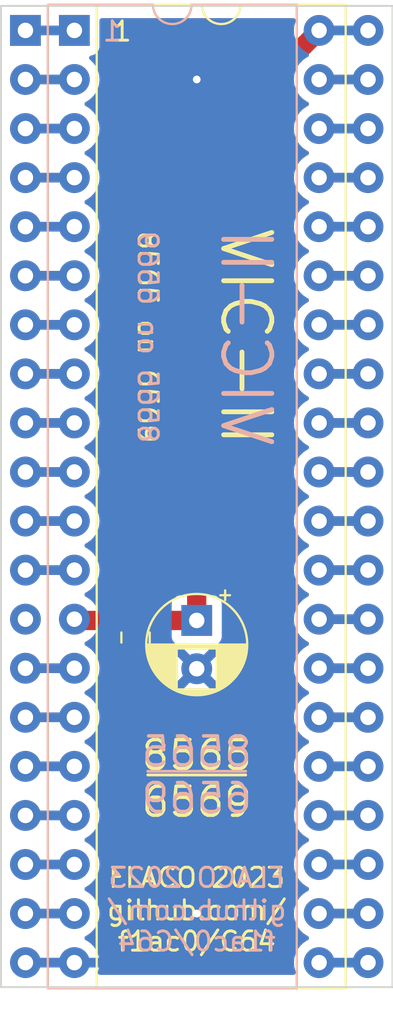
<source format=kicad_pcb>
(kicad_pcb (version 20221018) (generator pcbnew)
  (title_block (title "C64-VIC2 8565 over 6569") (date "2023-02-19") (rev "0.1") (company "FLACO 2023") (comment 1 "Adapted from https://github.com/Jartza/8565_adapter"))
  (layers (0 "F.Cu" signal) (31 "B.Cu" signal) (34 "B.Paste" user) (35 "F.Paste" user) (36 "B.SilkS" user "B.Silkscreen") (37 "F.SilkS" user "F.Silkscreen") (38 "B.Mask" user) (39 "F.Mask" user) (44 "Edge.Cuts" user))
  (net 0 "")
  (net 1 "/DB6")
  (net 2 "/DB5")
  (net 3 "/DB4")
  (net 4 "/DB3")
  (net 5 "/DB2")
  (net 6 "/DB1")
  (net 7 "/DB0")
  (net 8 "/IRQ")
  (net 9 "/LP")
  (net 10 "/CS")
  (net 11 "/R{slash}W")
  (net 12 "/BA")
  (net 13 "+12V")
  (net 14 "/COLOR")
  (net 15 "/LUM")
  (net 16 "/AEC")
  (net 17 "/PH0")
  (net 18 "/RAS")
  (net 19 "/CAS")
  (net 20 "GND")
  (net 21 "/PHCL")
  (net 22 "/PHIN")
  (net 23 "/A11")
  (net 24 "/A0")
  (net 25 "/A1")
  (net 26 "/A2")
  (net 27 "/A3")
  (net 28 "/A4")
  (net 29 "/A5")
  (net 30 "/A6")
  (net 31 "/A7")
  (net 32 "/A8")
  (net 33 "/A9")
  (net 34 "/A10")
  (net 35 "/DB11")
  (net 36 "/DB10")
  (net 37 "/DB9")
  (net 38 "/DB8")
  (net 39 "/DB7")
  (net 40 "+5V")
  (footprint "Package_DIP:DIP-40_W15.24mm" (layer "F.Cu") (at 121.92 91.44)
    (fp_text reference "J2" hide)
    (fp_text value "8565 socket")
    (fp_line (start 1.16 -1.33) (end 1.16 49.59) (stroke (width 0.12)) (layer "F.SilkS"))
    (fp_line (start 1.16 49.59) (end 14.08 49.59) (stroke (width 0.12)) (layer "F.SilkS"))
    (fp_line (start 6.62 -1.33) (end 1.16 -1.33) (stroke (width 0.12)) (layer "F.SilkS"))
    (fp_line (start 14.08 -1.33) (end 8.62 -1.33) (stroke (width 0.12)) (layer "F.SilkS"))
    (fp_line (start 14.08 49.59) (end 14.08 -1.33) (stroke (width 0.12)) (layer "F.SilkS"))
    (fp_arc (start 8.62 -1.33) (mid 7.62 -0.33) (end 6.62 -1.33) (stroke (width 0.12)) (layer "F.SilkS"))
    (pad "1" thru_hole rect (at 0 0) (size 1.6 1.6) (drill 0.8) (layers "*.Cu" "*.Mask") (net 1 "/DB6"))
    (pad "2" thru_hole oval (at 0 2.54) (size 1.6 1.6) (drill 0.8) (layers "*.Cu" "*.Mask") (net 2 "/DB5"))
    (pad "3" thru_hole oval (at 0 5.08) (size 1.6 1.6) (drill 0.8) (layers "*.Cu" "*.Mask") (net 3 "/DB4"))
    (pad "4" thru_hole oval (at 0 7.62) (size 1.6 1.6) (drill 0.8) (layers "*.Cu" "*.Mask") (net 4 "/DB3"))
    (pad "5" thru_hole oval (at 0 10.16) (size 1.6 1.6) (drill 0.8) (layers "*.Cu" "*.Mask") (net 5 "/DB2"))
    (pad "6" thru_hole oval (at 0 12.7) (size 1.6 1.6) (drill 0.8) (layers "*.Cu" "*.Mask") (net 6 "/DB1"))
    (pad "7" thru_hole oval (at 0 15.24) (size 1.6 1.6) (drill 0.8) (layers "*.Cu" "*.Mask") (net 7 "/DB0"))
    (pad "8" thru_hole oval (at 0 17.78) (size 1.6 1.6) (drill 0.8) (layers "*.Cu" "*.Mask") (net 8 "/IRQ"))
    (pad "9" thru_hole oval (at 0 20.32) (size 1.6 1.6) (drill 0.8) (layers "*.Cu" "*.Mask") (net 9 "/LP"))
    (pad "10" thru_hole oval (at 0 22.86) (size 1.6 1.6) (drill 0.8) (layers "*.Cu" "*.Mask") (net 10 "/CS"))
    (pad "11" thru_hole oval (at 0 25.4) (size 1.6 1.6) (drill 0.8) (layers "*.Cu" "*.Mask") (net 11 "/R{slash}W"))
    (pad "12" thru_hole oval (at 0 27.94) (size 1.6 1.6) (drill 0.8) (layers "*.Cu" "*.Mask") (net 12 "/BA"))
    (pad "13" thru_hole oval (at 0 30.48) (size 1.6 1.6) (drill 0.8) (layers "*.Cu" "*.Mask") (net 40 "+5V"))
    (pad "14" thru_hole oval (at 0 33.02) (size 1.6 1.6) (drill 0.8) (layers "*.Cu" "*.Mask") (net 14 "/COLOR"))
    (pad "15" thru_hole oval (at 0 35.56) (size 1.6 1.6) (drill 0.8) (layers "*.Cu" "*.Mask") (net 15 "/LUM"))
    (pad "16" thru_hole oval (at 0 38.1) (size 1.6 1.6) (drill 0.8) (layers "*.Cu" "*.Mask") (net 16 "/AEC"))
    (pad "17" thru_hole oval (at 0 40.64) (size 1.6 1.6) (drill 0.8) (layers "*.Cu" "*.Mask") (net 17 "/PH0"))
    (pad "18" thru_hole oval (at 0 43.18) (size 1.6 1.6) (drill 0.8) (layers "*.Cu" "*.Mask") (net 18 "/RAS"))
    (pad "19" thru_hole oval (at 0 45.72) (size 1.6 1.6) (drill 0.8) (layers "*.Cu" "*.Mask") (net 19 "/CAS"))
    (pad "20" thru_hole oval (at 0 48.26) (size 1.6 1.6) (drill 0.8) (layers "*.Cu" "*.Mask") (net 20 "GND"))
    (pad "21" thru_hole oval (at 15.24 48.26) (size 1.6 1.6) (drill 0.8) (layers "*.Cu" "*.Mask") (net 21 "/PHCL"))
    (pad "22" thru_hole oval (at 15.24 45.72) (size 1.6 1.6) (drill 0.8) (layers "*.Cu" "*.Mask") (net 22 "/PHIN"))
    (pad "23" thru_hole oval (at 15.24 43.18) (size 1.6 1.6) (drill 0.8) (layers "*.Cu" "*.Mask") (net 23 "/A11"))
    (pad "24" thru_hole oval (at 15.24 40.64) (size 1.6 1.6) (drill 0.8) (layers "*.Cu" "*.Mask") (net 24 "/A0"))
    (pad "25" thru_hole oval (at 15.24 38.1) (size 1.6 1.6) (drill 0.8) (layers "*.Cu" "*.Mask") (net 25 "/A1"))
    (pad "26" thru_hole oval (at 15.24 35.56) (size 1.6 1.6) (drill 0.8) (layers "*.Cu" "*.Mask") (net 26 "/A2"))
    (pad "27" thru_hole oval (at 15.24 33.02) (size 1.6 1.6) (drill 0.8) (layers "*.Cu" "*.Mask") (net 27 "/A3"))
    (pad "28" thru_hole oval (at 15.24 30.48) (size 1.6 1.6) (drill 0.8) (layers "*.Cu" "*.Mask") (net 28 "/A4"))
    (pad "29" thru_hole oval (at 15.24 27.94) (size 1.6 1.6) (drill 0.8) (layers "*.Cu" "*.Mask") (net 29 "/A5"))
    (pad "30" thru_hole oval (at 15.24 25.4) (size 1.6 1.6) (drill 0.8) (layers "*.Cu" "*.Mask") (net 30 "/A6"))
    (pad "31" thru_hole oval (at 15.24 22.86) (size 1.6 1.6) (drill 0.8) (layers "*.Cu" "*.Mask") (net 31 "/A7"))
    (pad "32" thru_hole oval (at 15.24 20.32) (size 1.6 1.6) (drill 0.8) (layers "*.Cu" "*.Mask") (net 32 "/A8"))
    (pad "33" thru_hole oval (at 15.24 17.78) (size 1.6 1.6) (drill 0.8) (layers "*.Cu" "*.Mask") (net 33 "/A9"))
    (pad "34" thru_hole oval (at 15.24 15.24) (size 1.6 1.6) (drill 0.8) (layers "*.Cu" "*.Mask") (net 34 "/A10"))
    (pad "35" thru_hole oval (at 15.24 12.7) (size 1.6 1.6) (drill 0.8) (layers "*.Cu" "*.Mask") (net 35 "/DB11"))
    (pad "36" thru_hole oval (at 15.24 10.16) (size 1.6 1.6) (drill 0.8) (layers "*.Cu" "*.Mask") (net 36 "/DB10"))
    (pad "37" thru_hole oval (at 15.24 7.62) (size 1.6 1.6) (drill 0.8) (layers "*.Cu" "*.Mask") (net 37 "/DB9"))
    (pad "38" thru_hole oval (at 15.24 5.08) (size 1.6 1.6) (drill 0.8) (layers "*.Cu" "*.Mask") (net 38 "/DB8"))
    (pad "39" thru_hole oval (at 15.24 2.54) (size 1.6 1.6) (drill 0.8) (layers "*.Cu" "*.Mask") (net 39 "/DB7"))
    (pad "40" thru_hole oval (at 15.24 0) (size 1.6 1.6) (drill 0.8) (layers "*.Cu" "*.Mask") (net 40 "+5V"))
  )
  (footprint "Package_DIP:DIP-40_W15.24mm" (layer "F.Cu") (at 119.38 91.44)
    (fp_text reference "J1" hide)
    (fp_text value "6569 to motherboard")
    (fp_line (start 1.16 -1.33) (end 1.16 49.59) (stroke (width 0.12)) (layer "B.SilkS"))
    (fp_line (start 1.16 49.59) (end 14.08 49.59) (stroke (width 0.12)) (layer "B.SilkS"))
    (fp_line (start 6.62 -1.33) (end 1.16 -1.33) (stroke (width 0.12)) (layer "B.SilkS"))
    (fp_line (start 14.08 -1.33) (end 8.62 -1.33) (stroke (width 0.12)) (layer "B.SilkS"))
    (fp_line (start 14.08 49.59) (end 14.08 -1.33) (stroke (width 0.12)) (layer "B.SilkS"))
    (fp_arc (start 8.62 -1.33) (mid 7.62 -0.33) (end 6.62 -1.33) (stroke (width 0.12)) (layer "B.SilkS"))
    (pad "1" thru_hole rect (at 0 0) (size 1.6 1.6) (drill 0.8) (layers "*.Cu" "*.Mask") (net 1 "/DB6"))
    (pad "2" thru_hole oval (at 0 2.54) (size 1.6 1.6) (drill 0.8) (layers "*.Cu" "*.Mask") (net 2 "/DB5"))
    (pad "3" thru_hole oval (at 0 5.08) (size 1.6 1.6) (drill 0.8) (layers "*.Cu" "*.Mask") (net 3 "/DB4"))
    (pad "4" thru_hole oval (at 0 7.62) (size 1.6 1.6) (drill 0.8) (layers "*.Cu" "*.Mask") (net 4 "/DB3"))
    (pad "5" thru_hole oval (at 0 10.16) (size 1.6 1.6) (drill 0.8) (layers "*.Cu" "*.Mask") (net 5 "/DB2"))
    (pad "6" thru_hole oval (at 0 12.7) (size 1.6 1.6) (drill 0.8) (layers "*.Cu" "*.Mask") (net 6 "/DB1"))
    (pad "7" thru_hole oval (at 0 15.24) (size 1.6 1.6) (drill 0.8) (layers "*.Cu" "*.Mask") (net 7 "/DB0"))
    (pad "8" thru_hole oval (at 0 17.78) (size 1.6 1.6) (drill 0.8) (layers "*.Cu" "*.Mask") (net 8 "/IRQ"))
    (pad "9" thru_hole oval (at 0 20.32) (size 1.6 1.6) (drill 0.8) (layers "*.Cu" "*.Mask") (net 9 "/LP"))
    (pad "10" thru_hole oval (at 0 22.86) (size 1.6 1.6) (drill 0.8) (layers "*.Cu" "*.Mask") (net 10 "/CS"))
    (pad "11" thru_hole oval (at 0 25.4) (size 1.6 1.6) (drill 0.8) (layers "*.Cu" "*.Mask") (net 11 "/R{slash}W"))
    (pad "12" thru_hole oval (at 0 27.94) (size 1.6 1.6) (drill 0.8) (layers "*.Cu" "*.Mask") (net 12 "/BA"))
    (pad "13" thru_hole oval (at 0 30.48) (size 1.6 1.6) (drill 0.8) (layers "*.Cu" "*.Mask") (net 13 "+12V"))
    (pad "14" thru_hole oval (at 0 33.02) (size 1.6 1.6) (drill 0.8) (layers "*.Cu" "*.Mask") (net 14 "/COLOR"))
    (pad "15" thru_hole oval (at 0 35.56) (size 1.6 1.6) (drill 0.8) (layers "*.Cu" "*.Mask") (net 15 "/LUM"))
    (pad "16" thru_hole oval (at 0 38.1) (size 1.6 1.6) (drill 0.8) (layers "*.Cu" "*.Mask") (net 16 "/AEC"))
    (pad "17" thru_hole oval (at 0 40.64) (size 1.6 1.6) (drill 0.8) (layers "*.Cu" "*.Mask") (net 17 "/PH0"))
    (pad "18" thru_hole oval (at 0 43.18) (size 1.6 1.6) (drill 0.8) (layers "*.Cu" "*.Mask") (net 18 "/RAS"))
    (pad "19" thru_hole oval (at 0 45.72) (size 1.6 1.6) (drill 0.8) (layers "*.Cu" "*.Mask") (net 19 "/CAS"))
    (pad "20" thru_hole oval (at 0 48.26) (size 1.6 1.6) (drill 0.8) (layers "*.Cu" "*.Mask") (net 20 "GND"))
    (pad "21" thru_hole oval (at 15.24 48.26) (size 1.6 1.6) (drill 0.8) (layers "*.Cu" "*.Mask") (net 21 "/PHCL"))
    (pad "22" thru_hole oval (at 15.24 45.72) (size 1.6 1.6) (drill 0.8) (layers "*.Cu" "*.Mask") (net 22 "/PHIN"))
    (pad "23" thru_hole oval (at 15.24 43.18) (size 1.6 1.6) (drill 0.8) (layers "*.Cu" "*.Mask") (net 23 "/A11"))
    (pad "24" thru_hole oval (at 15.24 40.64) (size 1.6 1.6) (drill 0.8) (layers "*.Cu" "*.Mask") (net 24 "/A0"))
    (pad "25" thru_hole oval (at 15.24 38.1) (size 1.6 1.6) (drill 0.8) (layers "*.Cu" "*.Mask") (net 25 "/A1"))
    (pad "26" thru_hole oval (at 15.24 35.56) (size 1.6 1.6) (drill 0.8) (layers "*.Cu" "*.Mask") (net 26 "/A2"))
    (pad "27" thru_hole oval (at 15.24 33.02) (size 1.6 1.6) (drill 0.8) (layers "*.Cu" "*.Mask") (net 27 "/A3"))
    (pad "28" thru_hole oval (at 15.24 30.48) (size 1.6 1.6) (drill 0.8) (layers "*.Cu" "*.Mask") (net 28 "/A4"))
    (pad "29" thru_hole oval (at 15.24 27.94) (size 1.6 1.6) (drill 0.8) (layers "*.Cu" "*.Mask") (net 29 "/A5"))
    (pad "30" thru_hole oval (at 15.24 25.4) (size 1.6 1.6) (drill 0.8) (layers "*.Cu" "*.Mask") (net 30 "/A6"))
    (pad "31" thru_hole oval (at 15.24 22.86) (size 1.6 1.6) (drill 0.8) (layers "*.Cu" "*.Mask") (net 31 "/A7"))
    (pad "32" thru_hole oval (at 15.24 20.32) (size 1.6 1.6) (drill 0.8) (layers "*.Cu" "*.Mask") (net 32 "/A8"))
    (pad "33" thru_hole oval (at 15.24 17.78) (size 1.6 1.6) (drill 0.8) (layers "*.Cu" "*.Mask") (net 33 "/A9"))
    (pad "34" thru_hole oval (at 15.24 15.24) (size 1.6 1.6) (drill 0.8) (layers "*.Cu" "*.Mask") (net 34 "/A10"))
    (pad "35" thru_hole oval (at 15.24 12.7) (size 1.6 1.6) (drill 0.8) (layers "*.Cu" "*.Mask") (net 35 "/DB11"))
    (pad "36" thru_hole oval (at 15.24 10.16) (size 1.6 1.6) (drill 0.8) (layers "*.Cu" "*.Mask") (net 36 "/DB10"))
    (pad "37" thru_hole oval (at 15.24 7.62) (size 1.6 1.6) (drill 0.8) (layers "*.Cu" "*.Mask") (net 37 "/DB9"))
    (pad "38" thru_hole oval (at 15.24 5.08) (size 1.6 1.6) (drill 0.8) (layers "*.Cu" "*.Mask") (net 38 "/DB8"))
    (pad "39" thru_hole oval (at 15.24 2.54) (size 1.6 1.6) (drill 0.8) (layers "*.Cu" "*.Mask") (net 39 "/DB7"))
    (pad "40" thru_hole oval (at 15.24 0) (size 1.6 1.6) (drill 0.8) (layers "*.Cu" "*.Mask") (net 40 "+5V"))
  )
  (footprint "Capacitor_SMD:C_0805_2012Metric" (layer "F.Cu") (at 125.095 122.87 -90)
    (fp_text reference "C1" hide)
    (fp_text value "C")
    (fp_line (start -0.261252 -0.735) (end 0.261252 -0.735) (stroke (width 0.12)) (layer "F.SilkS"))
    (fp_line (start -0.261252 0.735) (end 0.261252 0.735) (stroke (width 0.12)) (layer "F.SilkS"))
    (pad "1" smd roundrect (at -0.95 0 270) (size 1 1.45) (layers "F.Cu" "F.Paste" "F.Mask") (net 40 "+5V"))
    (pad "2" smd roundrect (at 0.95 0 270) (size 1 1.45) (layers "F.Cu" "F.Paste" "F.Mask") (net 20 "GND"))
  )
  (footprint "Capacitor_THT:CP_Radial_D5.0mm_P2.50mm" (layer "F.Cu") (at 128.27 121.984888 -90)
    (fp_text reference "C2" hide)
    (fp_text value "C_Polarized")
    (fp_line (start -1.554775 -1.475) (end -1.054775 -1.475) (stroke (width 0.12)) (layer "F.SilkS"))
    (fp_line (start -1.304775 -1.725) (end -1.304775 -1.225) (stroke (width 0.12)) (layer "F.SilkS"))
    (fp_line (start 1.25 -2.58) (end 1.25 2.58) (stroke (width 0.12)) (layer "F.SilkS"))
    (fp_line (start 1.29 -2.58) (end 1.29 2.58) (stroke (width 0.12)) (layer "F.SilkS"))
    (fp_line (start 1.33 -2.579) (end 1.33 2.579) (stroke (width 0.12)) (layer "F.SilkS"))
    (fp_line (start 1.37 -2.578) (end 1.37 2.578) (stroke (width 0.12)) (layer "F.SilkS"))
    (fp_line (start 1.41 -2.576) (end 1.41 2.576) (stroke (width 0.12)) (layer "F.SilkS"))
    (fp_line (start 1.45 -2.573) (end 1.45 2.573) (stroke (width 0.12)) (layer "F.SilkS"))
    (fp_line (start 1.49 -2.569) (end 1.49 -1.04) (stroke (width 0.12)) (layer "F.SilkS"))
    (fp_line (start 1.49 1.04) (end 1.49 2.569) (stroke (width 0.12)) (layer "F.SilkS"))
    (fp_line (start 1.53 -2.565) (end 1.53 -1.04) (stroke (width 0.12)) (layer "F.SilkS"))
    (fp_line (start 1.53 1.04) (end 1.53 2.565) (stroke (width 0.12)) (layer "F.SilkS"))
    (fp_line (start 1.57 -2.561) (end 1.57 -1.04) (stroke (width 0.12)) (layer "F.SilkS"))
    (fp_line (start 1.57 1.04) (end 1.57 2.561) (stroke (width 0.12)) (layer "F.SilkS"))
    (fp_line (start 1.61 -2.556) (end 1.61 -1.04) (stroke (width 0.12)) (layer "F.SilkS"))
    (fp_line (start 1.61 1.04) (end 1.61 2.556) (stroke (width 0.12)) (layer "F.SilkS"))
    (fp_line (start 1.65 -2.55) (end 1.65 -1.04) (stroke (width 0.12)) (layer "F.SilkS"))
    (fp_line (start 1.65 1.04) (end 1.65 2.55) (stroke (width 0.12)) (layer "F.SilkS"))
    (fp_line (start 1.69 -2.543) (end 1.69 -1.04) (stroke (width 0.12)) (layer "F.SilkS"))
    (fp_line (start 1.69 1.04) (end 1.69 2.543) (stroke (width 0.12)) (layer "F.SilkS"))
    (fp_line (start 1.73 -2.536) (end 1.73 -1.04) (stroke (width 0.12)) (layer "F.SilkS"))
    (fp_line (start 1.73 1.04) (end 1.73 2.536) (stroke (width 0.12)) (layer "F.SilkS"))
    (fp_line (start 1.77 -2.528) (end 1.77 -1.04) (stroke (width 0.12)) (layer "F.SilkS"))
    (fp_line (start 1.77 1.04) (end 1.77 2.528) (stroke (width 0.12)) (layer "F.SilkS"))
    (fp_line (start 1.81 -2.52) (end 1.81 -1.04) (stroke (width 0.12)) (layer "F.SilkS"))
    (fp_line (start 1.81 1.04) (end 1.81 2.52) (stroke (width 0.12)) (layer "F.SilkS"))
    (fp_line (start 1.85 -2.511) (end 1.85 -1.04) (stroke (width 0.12)) (layer "F.SilkS"))
    (fp_line (start 1.85 1.04) (end 1.85 2.511) (stroke (width 0.12)) (layer "F.SilkS"))
    (fp_line (start 1.89 -2.501) (end 1.89 -1.04) (stroke (width 0.12)) (layer "F.SilkS"))
    (fp_line (start 1.89 1.04) (end 1.89 2.501) (stroke (width 0.12)) (layer "F.SilkS"))
    (fp_line (start 1.93 -2.491) (end 1.93 -1.04) (stroke (width 0.12)) (layer "F.SilkS"))
    (fp_line (start 1.93 1.04) (end 1.93 2.491) (stroke (width 0.12)) (layer "F.SilkS"))
    (fp_line (start 1.971 -2.48) (end 1.971 -1.04) (stroke (width 0.12)) (layer "F.SilkS"))
    (fp_line (start 1.971 1.04) (end 1.971 2.48) (stroke (width 0.12)) (layer "F.SilkS"))
    (fp_line (start 2.011 -2.468) (end 2.011 -1.04) (stroke (width 0.12)) (layer "F.SilkS"))
    (fp_line (start 2.011 1.04) (end 2.011 2.468) (stroke (width 0.12)) (layer "F.SilkS"))
    (fp_line (start 2.051 -2.455) (end 2.051 -1.04) (stroke (width 0.12)) (layer "F.SilkS"))
    (fp_line (start 2.051 1.04) (end 2.051 2.455) (stroke (width 0.12)) (layer "F.SilkS"))
    (fp_line (start 2.091 -2.442) (end 2.091 -1.04) (stroke (width 0.12)) (layer "F.SilkS"))
    (fp_line (start 2.091 1.04) (end 2.091 2.442) (stroke (width 0.12)) (layer "F.SilkS"))
    (fp_line (start 2.131 -2.428) (end 2.131 -1.04) (stroke (width 0.12)) (layer "F.SilkS"))
    (fp_line (start 2.131 1.04) (end 2.131 2.428) (stroke (width 0.12)) (layer "F.SilkS"))
    (fp_line (start 2.171 -2.414) (end 2.171 -1.04) (stroke (width 0.12)) (layer "F.SilkS"))
    (fp_line (start 2.171 1.04) (end 2.171 2.414) (stroke (width 0.12)) (layer "F.SilkS"))
    (fp_line (start 2.211 -2.398) (end 2.211 -1.04) (stroke (width 0.12)) (layer "F.SilkS"))
    (fp_line (start 2.211 1.04) (end 2.211 2.398) (stroke (width 0.12)) (layer "F.SilkS"))
    (fp_line (start 2.251 -2.382) (end 2.251 -1.04) (stroke (width 0.12)) (layer "F.SilkS"))
    (fp_line (start 2.251 1.04) (end 2.251 2.382) (stroke (width 0.12)) (layer "F.SilkS"))
    (fp_line (start 2.291 -2.365) (end 2.291 -1.04) (stroke (width 0.12)) (layer "F.SilkS"))
    (fp_line (start 2.291 1.04) (end 2.291 2.365) (stroke (width 0.12)) (layer "F.SilkS"))
    (fp_line (start 2.331 -2.348) (end 2.331 -1.04) (stroke (width 0.12)) (layer "F.SilkS"))
    (fp_line (start 2.331 1.04) (end 2.331 2.348) (stroke (width 0.12)) (layer "F.SilkS"))
    (fp_line (start 2.371 -2.329) (end 2.371 -1.04) (stroke (width 0.12)) (layer "F.SilkS"))
    (fp_line (start 2.371 1.04) (end 2.371 2.329) (stroke (width 0.12)) (layer "F.SilkS"))
    (fp_line (start 2.411 -2.31) (end 2.411 -1.04) (stroke (width 0.12)) (layer "F.SilkS"))
    (fp_line (start 2.411 1.04) (end 2.411 2.31) (stroke (width 0.12)) (layer "F.SilkS"))
    (fp_line (start 2.451 -2.29) (end 2.451 -1.04) (stroke (width 0.12)) (layer "F.SilkS"))
    (fp_line (start 2.451 1.04) (end 2.451 2.29) (stroke (width 0.12)) (layer "F.SilkS"))
    (fp_line (start 2.491 -2.268) (end 2.491 -1.04) (stroke (width 0.12)) (layer "F.SilkS"))
    (fp_line (start 2.491 1.04) (end 2.491 2.268) (stroke (width 0.12)) (layer "F.SilkS"))
    (fp_line (start 2.531 -2.247) (end 2.531 -1.04) (stroke (width 0.12)) (layer "F.SilkS"))
    (fp_line (start 2.531 1.04) (end 2.531 2.247) (stroke (width 0.12)) (layer "F.SilkS"))
    (fp_line (start 2.571 -2.224) (end 2.571 -1.04) (stroke (width 0.12)) (layer "F.SilkS"))
    (fp_line (start 2.571 1.04) (end 2.571 2.224) (stroke (width 0.12)) (layer "F.SilkS"))
    (fp_line (start 2.611 -2.2) (end 2.611 -1.04) (stroke (width 0.12)) (layer "F.SilkS"))
    (fp_line (start 2.611 1.04) (end 2.611 2.2) (stroke (width 0.12)) (layer "F.SilkS"))
    (fp_line (start 2.651 -2.175) (end 2.651 -1.04) (stroke (width 0.12)) (layer "F.SilkS"))
    (fp_line (start 2.651 1.04) (end 2.651 2.175) (stroke (width 0.12)) (layer "F.SilkS"))
    (fp_line (start 2.691 -2.149) (end 2.691 -1.04) (stroke (width 0.12)) (layer "F.SilkS"))
    (fp_line (start 2.691 1.04) (end 2.691 2.149) (stroke (width 0.12)) (layer "F.SilkS"))
    (fp_line (start 2.731 -2.122) (end 2.731 -1.04) (stroke (width 0.12)) (layer "F.SilkS"))
    (fp_line (start 2.731 1.04) (end 2.731 2.122) (stroke (width 0.12)) (layer "F.SilkS"))
    (fp_line (start 2.771 -2.095) (end 2.771 -1.04) (stroke (width 0.12)) (layer "F.SilkS"))
    (fp_line (start 2.771 1.04) (end 2.771 2.095) (stroke (width 0.12)) (layer "F.SilkS"))
    (fp_line (start 2.811 -2.065) (end 2.811 -1.04) (stroke (width 0.12)) (layer "F.SilkS"))
    (fp_line (start 2.811 1.04) (end 2.811 2.065) (stroke (width 0.12)) (layer "F.SilkS"))
    (fp_line (start 2.851 -2.035) (end 2.851 -1.04) (stroke (width 0.12)) (layer "F.SilkS"))
    (fp_line (start 2.851 1.04) (end 2.851 2.035) (stroke (width 0.12)) (layer "F.SilkS"))
    (fp_line (start 2.891 -2.004) (end 2.891 -1.04) (stroke (width 0.12)) (layer "F.SilkS"))
    (fp_line (start 2.891 1.04) (end 2.891 2.004) (stroke (width 0.12)) (layer "F.SilkS"))
    (fp_line (start 2.931 -1.971) (end 2.931 -1.04) (stroke (width 0.12)) (layer "F.SilkS"))
    (fp_line (start 2.931 1.04) (end 2.931 1.971) (stroke (width 0.12)) (layer "F.SilkS"))
    (fp_line (start 2.971 -1.937) (end 2.971 -1.04) (stroke (width 0.12)) (layer "F.SilkS"))
    (fp_line (start 2.971 1.04) (end 2.971 1.937) (stroke (width 0.12)) (layer "F.SilkS"))
    (fp_line (start 3.011 -1.901) (end 3.011 -1.04) (stroke (width 0.12)) (layer "F.SilkS"))
    (fp_line (start 3.011 1.04) (end 3.011 1.901) (stroke (width 0.12)) (layer "F.SilkS"))
    (fp_line (start 3.051 -1.864) (end 3.051 -1.04) (stroke (width 0.12)) (layer "F.SilkS"))
    (fp_line (start 3.051 1.04) (end 3.051 1.864) (stroke (width 0.12)) (layer "F.SilkS"))
    (fp_line (start 3.091 -1.826) (end 3.091 -1.04) (stroke (width 0.12)) (layer "F.SilkS"))
    (fp_line (start 3.091 1.04) (end 3.091 1.826) (stroke (width 0.12)) (layer "F.SilkS"))
    (fp_line (start 3.131 -1.785) (end 3.131 -1.04) (stroke (width 0.12)) (layer "F.SilkS"))
    (fp_line (start 3.131 1.04) (end 3.131 1.785) (stroke (width 0.12)) (layer "F.SilkS"))
    (fp_line (start 3.171 -1.743) (end 3.171 -1.04) (stroke (width 0.12)) (layer "F.SilkS"))
    (fp_line (start 3.171 1.04) (end 3.171 1.743) (stroke (width 0.12)) (layer "F.SilkS"))
    (fp_line (start 3.211 -1.699) (end 3.211 -1.04) (stroke (width 0.12)) (layer "F.SilkS"))
    (fp_line (start 3.211 1.04) (end 3.211 1.699) (stroke (width 0.12)) (layer "F.SilkS"))
    (fp_line (start 3.251 -1.653) (end 3.251 -1.04) (stroke (width 0.12)) (layer "F.SilkS"))
    (fp_line (start 3.251 1.04) (end 3.251 1.653) (stroke (width 0.12)) (layer "F.SilkS"))
    (fp_line (start 3.291 -1.605) (end 3.291 -1.04) (stroke (width 0.12)) (layer "F.SilkS"))
    (fp_line (start 3.291 1.04) (end 3.291 1.605) (stroke (width 0.12)) (layer "F.SilkS"))
    (fp_line (start 3.331 -1.554) (end 3.331 -1.04) (stroke (width 0.12)) (layer "F.SilkS"))
    (fp_line (start 3.331 1.04) (end 3.331 1.554) (stroke (width 0.12)) (layer "F.SilkS"))
    (fp_line (start 3.371 -1.5) (end 3.371 -1.04) (stroke (width 0.12)) (layer "F.SilkS"))
    (fp_line (start 3.371 1.04) (end 3.371 1.5) (stroke (width 0.12)) (layer "F.SilkS"))
    (fp_line (start 3.411 -1.443) (end 3.411 -1.04) (stroke (width 0.12)) (layer "F.SilkS"))
    (fp_line (start 3.411 1.04) (end 3.411 1.443) (stroke (width 0.12)) (layer "F.SilkS"))
    (fp_line (start 3.451 -1.383) (end 3.451 -1.04) (stroke (width 0.12)) (layer "F.SilkS"))
    (fp_line (start 3.451 1.04) (end 3.451 1.383) (stroke (width 0.12)) (layer "F.SilkS"))
    (fp_line (start 3.491 -1.319) (end 3.491 -1.04) (stroke (width 0.12)) (layer "F.SilkS"))
    (fp_line (start 3.491 1.04) (end 3.491 1.319) (stroke (width 0.12)) (layer "F.SilkS"))
    (fp_line (start 3.531 -1.251) (end 3.531 -1.04) (stroke (width 0.12)) (layer "F.SilkS"))
    (fp_line (start 3.531 1.04) (end 3.531 1.251) (stroke (width 0.12)) (layer "F.SilkS"))
    (fp_line (start 3.571 -1.178) (end 3.571 1.178) (stroke (width 0.12)) (layer "F.SilkS"))
    (fp_line (start 3.611 -1.098) (end 3.611 1.098) (stroke (width 0.12)) (layer "F.SilkS"))
    (fp_line (start 3.651 -1.011) (end 3.651 1.011) (stroke (width 0.12)) (layer "F.SilkS"))
    (fp_line (start 3.691 -0.915) (end 3.691 0.915) (stroke (width 0.12)) (layer "F.SilkS"))
    (fp_line (start 3.731 -0.805) (end 3.731 0.805) (stroke (width 0.12)) (layer "F.SilkS"))
    (fp_line (start 3.771 -0.677) (end 3.771 0.677) (stroke (width 0.12)) (layer "F.SilkS"))
    (fp_line (start 3.811 -0.518) (end 3.811 0.518) (stroke (width 0.12)) (layer "F.SilkS"))
    (fp_line (start 3.851 -0.284) (end 3.851 0.284) (stroke (width 0.12)) (layer "F.SilkS"))
    (fp_circle (center 1.25 0) (end 3.87 0) (stroke (width 0.12)) (fill none) (layer "F.SilkS"))
    (pad "1" thru_hole rect (at 0 0 270) (size 1.6 1.6) (drill 0.8) (layers "*.Cu" "*.Mask") (net 40 "+5V"))
    (pad "2" thru_hole circle (at 2.5 0 270) (size 1.6 1.6) (drill 0.8) (layers "*.Cu" "*.Mask") (net 20 "GND"))
  )
  (gr_line (start 125.73 129.794) (end 130.81 129.794) (stroke (width 0.15)) (layer "B.SilkS"))
  (gr_line (start 125.73 129.9845) (end 130.81 129.9845) (stroke (width 0.15)) (layer "F.SilkS"))
  (gr_line (start 118.11 90.17) (end 118.11 140.97) (stroke (width 0.1)) (layer "Edge.Cuts"))
  (gr_line (start 118.11 140.97) (end 138.43 140.97) (stroke (width 0.1)) (layer "Edge.Cuts"))
  (gr_line (start 138.43 90.17) (end 118.11 90.17) (stroke (width 0.1)) (layer "Edge.Cuts"))
  (gr_line (start 138.43 140.97) (end 138.43 90.17) (stroke (width 0.1)) (layer "Edge.Cuts"))
  (gr_text "github.com/\nf1ac0/C64" (at 128.27 137.795) (layer "B.SilkS") (effects (font (size 1 1)) (justify mirror)))
  (gr_text "8565\n6569" (at 128.27 129.9845) (layer "B.SilkS") (effects (font (size 1.5 1.5) (thickness 0.18)) (justify mirror)))
  (gr_text "1" (at 124.46 92.075) (layer "B.SilkS") (effects (font (size 1 1)) (justify left bottom mirror)))
  (gr_text "VIC-II" (at 130.81 107.315 -90) (layer "B.SilkS") (effects (font (size 2.5 2.5) (thickness 0.25)) (justify mirror)))
  (gr_text "FLACO 2023" (at 128.27 135.89) (layer "B.SilkS") (effects (font (size 1 1)) (justify bottom mirror)))
  (gr_text "8565 on 6569" (at 125.73 107.315 270) (layer "B.SilkS") (effects (font (size 1 1)) (justify mirror)))
  (gr_text "github.com/\nf1ac0/C64" (at 128.27 137.795) (layer "F.SilkS") (effects (font (size 1 1))))
  (gr_text "1" (at 123.825 92.075) (layer "F.SilkS") (effects (font (size 1 1)) (justify left bottom)))
  (gr_text "8565\n6569" (at 128.27 130.175) (layer "F.SilkS") (effects (font (size 1.5 1.5) (thickness 0.18))))
  (gr_text "8565 on 6569" (at 125.73 107.315 270) (layer "F.SilkS") (effects (font (size 1 1))))
  (gr_text "VIC-II" (at 130.81 107.315 270) (layer "F.SilkS") (effects (font (size 2.5 2.5) (thickness 0.25))))
  (gr_text "FLACO 2023" (at 128.27 135.89) (layer "F.SilkS") (effects (font (size 1 1)) (justify bottom)))
  (segment (start 119.38 91.44) (end 121.92 91.44) (width 0.5) (layer "F.Cu") (net 1))
  (segment (start 121.92 91.44) (end 119.38 91.44) (width 0.5) (layer "B.Cu") (net 1))
  (segment (start 119.38 93.98) (end 121.92 93.98) (width 0.5) (layer "F.Cu") (net 2))
  (segment (start 119.38 93.98) (end 121.92 93.98) (width 0.5) (layer "B.Cu") (net 2))
  (segment (start 119.38 96.52) (end 121.92 96.52) (width 0.5) (layer "F.Cu") (net 3))
  (segment (start 121.92 96.52) (end 119.38 96.52) (width 0.5) (layer "B.Cu") (net 3))
  (segment (start 119.38 99.06) (end 121.92 99.06) (width 0.5) (layer "F.Cu") (net 4))
  (segment (start 119.38 99.06) (end 121.92 99.06) (width 0.5) (layer "B.Cu") (net 4))
  (segment (start 119.38 101.6) (end 121.92 101.6) (width 0.5) (layer "F.Cu") (net 5))
  (segment (start 121.92 101.6) (end 119.38 101.6) (width 0.5) (layer "B.Cu") (net 5))
  (segment (start 119.38 104.14) (end 121.92 104.14) (width 0.5) (layer "F.Cu") (net 6))
  (segment (start 119.38 104.14) (end 121.92 104.14) (width 0.5) (layer "B.Cu") (net 6))
  (segment (start 119.38 106.68) (end 121.92 106.68) (width 0.5) (layer "F.Cu") (net 7))
  (segment (start 119.38 106.68) (end 121.92 106.68) (width 0.5) (layer "B.Cu") (net 7))
  (segment (start 119.38 109.22) (end 121.92 109.22) (width 0.5) (layer "F.Cu") (net 8))
  (segment (start 119.38 109.22) (end 121.92 109.22) (width 0.5) (layer "B.Cu") (net 8))
  (segment (start 119.38 111.76) (end 121.92 111.76) (width 0.5) (layer "F.Cu") (net 9))
  (segment (start 119.38 111.76) (end 121.92 111.76) (width 0.5) (layer "B.Cu") (net 9))
  (segment (start 119.38 114.3) (end 121.92 114.3) (width 0.5) (layer "F.Cu") (net 10))
  (segment (start 119.38 114.3) (end 121.92 114.3) (width 0.5) (layer "B.Cu") (net 10))
  (segment (start 119.38 116.84) (end 121.92 116.84) (width 0.5) (layer "F.Cu") (net 11))
  (segment (start 119.38 116.84) (end 121.92 116.84) (width 0.5) (layer "B.Cu") (net 11))
  (segment (start 119.38 119.38) (end 121.92 119.38) (width 0.5) (layer "F.Cu") (net 12))
  (segment (start 119.38 119.38) (end 121.92 119.38) (width 0.5) (layer "B.Cu") (net 12))
  (segment (start 119.38 124.46) (end 121.92 124.46) (width 0.5) (layer "F.Cu") (net 14))
  (segment (start 121.92 124.46) (end 119.38 124.46) (width 0.5) (layer "B.Cu") (net 14))
  (segment (start 119.38 127) (end 121.92 127) (width 0.5) (layer "F.Cu") (net 15))
  (segment (start 121.92 127) (end 119.38 127) (width 0.5) (layer "B.Cu") (net 15))
  (segment (start 119.38 129.54) (end 121.92 129.54) (width 0.5) (layer "F.Cu") (net 16))
  (segment (start 121.92 129.54) (end 119.38 129.54) (width 0.5) (layer "B.Cu") (net 16))
  (segment (start 119.38 132.08) (end 121.92 132.08) (width 0.5) (layer "F.Cu") (net 17))
  (segment (start 121.92 132.08) (end 119.38 132.08) (width 0.5) (layer "B.Cu") (net 17))
  (segment (start 119.38 134.62) (end 121.92 134.62) (width 0.5) (layer "F.Cu") (net 18))
  (segment (start 121.92 134.62) (end 119.38 134.62) (width 0.5) (layer "B.Cu") (net 18))
  (segment (start 119.38 137.16) (end 121.92 137.16) (width 0.5) (layer "F.Cu") (net 19))
  (segment (start 119.38 137.16) (end 121.92 137.16) (width 0.5) (layer "B.Cu") (net 19))
  (segment (start 119.38 139.7) (end 121.92 139.7) (width 0.5) (layer "F.Cu") (net 20))
  (via (at 128.27 137.16) (size 0.8) (drill 0.4) (layers "F.Cu" "B.Cu") (net 20))
  (via (at 128.27 93.98) (size 0.8) (drill 0.4) (layers "F.Cu" "B.Cu") (net 20))
  (segment (start 134.62 139.7) (end 137.16 139.7) (width 0.5) (layer "F.Cu") (net 21))
  (segment (start 134.62 139.7) (end 137.16 139.7) (width 0.5) (layer "B.Cu") (net 21))
  (segment (start 134.62 137.16) (end 137.16 137.16) (width 0.5) (layer "F.Cu") (net 22))
  (segment (start 134.62 137.16) (end 137.16 137.16) (width 0.5) (layer "B.Cu") (net 22))
  (segment (start 134.62 134.62) (end 137.16 134.62) (width 0.5) (layer "F.Cu") (net 23))
  (segment (start 134.62 134.62) (end 137.16 134.62) (width 0.5) (layer "B.Cu") (net 23))
  (segment (start 134.62 132.08) (end 137.16 132.08) (width 0.5) (layer "F.Cu") (net 24))
  (segment (start 134.62 132.08) (end 137.16 132.08) (width 0.5) (layer "B.Cu") (net 24))
  (segment (start 134.62 129.54) (end 137.16 129.54) (width 0.5) (layer "F.Cu") (net 25))
  (segment (start 134.62 129.54) (end 137.16 129.54) (width 0.5) (layer "B.Cu") (net 25))
  (segment (start 134.62 127) (end 137.16 127) (width 0.5) (layer "F.Cu") (net 26))
  (segment (start 137.16 127) (end 134.62 127) (width 0.5) (layer "B.Cu") (net 26))
  (segment (start 134.62 124.46) (end 137.16 124.46) (width 0.5) (layer "F.Cu") (net 27))
  (segment (start 134.62 124.46) (end 137.16 124.46) (width 0.5) (layer "B.Cu") (net 27))
  (segment (start 134.62 121.92) (end 137.16 121.92) (width 0.5) (layer "F.Cu") (net 28))
  (segment (start 137.16 121.92) (end 134.62 121.92) (width 0.5) (layer "B.Cu") (net 28))
  (segment (start 134.62 119.38) (end 137.16 119.38) (width 0.5) (layer "F.Cu") (net 29))
  (segment (start 134.62 119.38) (end 137.16 119.38) (width 0.5) (layer "B.Cu") (net 29))
  (segment (start 134.62 116.84) (end 137.16 116.84) (width 0.5) (layer "F.Cu") (net 30))
  (segment (start 137.16 116.84) (end 134.62 116.84) (width 0.5) (layer "B.Cu") (net 30))
  (segment (start 134.62 114.3) (end 137.16 114.3) (width 0.5) (layer "F.Cu") (net 31))
  (segment (start 134.62 114.3) (end 137.16 114.3) (width 0.5) (layer "B.Cu") (net 31))
  (segment (start 134.62 111.76) (end 137.16 111.76) (width 0.5) (layer "F.Cu") (net 32))
  (segment (start 137.16 111.76) (end 134.62 111.76) (width 0.5) (layer "B.Cu") (net 32))
  (segment (start 134.62 109.22) (end 137.16 109.22) (width 0.5) (layer "F.Cu") (net 33))
  (segment (start 134.62 109.22) (end 137.16 109.22) (width 0.5) (layer "B.Cu") (net 33))
  (segment (start 134.62 106.68) (end 137.16 106.68) (width 0.5) (layer "F.Cu") (net 34))
  (segment (start 137.16 106.68) (end 134.62 106.68) (width 0.5) (layer "B.Cu") (net 34))
  (segment (start 134.62 104.14) (end 137.16 104.14) (width 0.5) (layer "F.Cu") (net 35))
  (segment (start 134.62 104.14) (end 137.16 104.14) (width 0.5) (layer "B.Cu") (net 35))
  (segment (start 134.62 101.6) (end 137.16 101.6) (width 0.5) (layer "F.Cu") (net 36))
  (segment (start 137.16 101.6) (end 134.62 101.6) (width 0.5) (layer "B.Cu") (net 36))
  (segment (start 134.62 99.06) (end 137.16 99.06) (width 0.5) (layer "F.Cu") (net 37))
  (segment (start 134.62 99.06) (end 137.16 99.06) (width 0.5) (layer "B.Cu") (net 37))
  (segment (start 134.62 96.52) (end 137.16 96.52) (width 0.5) (layer "F.Cu") (net 38))
  (segment (start 137.16 96.52) (end 134.62 96.52) (width 0.5) (layer "B.Cu") (net 38))
  (segment (start 134.62 93.98) (end 137.16 93.98) (width 0.5) (layer "F.Cu") (net 39))
  (segment (start 134.62 93.98) (end 137.16 93.98) (width 0.5) (layer "B.Cu") (net 39))
  (segment (start 128.27 121.984888) (end 121.984888 121.984888) (width 1) (layer "F.Cu") (net 40))
  (segment (start 128.27 97.79) (end 128.27 121.984888) (width 1) (layer "F.Cu") (net 40))
  (segment (start 137.16 91.44) (end 134.62 91.44) (width 0.5) (layer "F.Cu") (net 40))
  (segment (start 134.62 91.44) (end 128.27 97.79) (width 1) (layer "F.Cu") (net 40))
  (segment (start 121.984888 121.984888) (end 121.92 121.92) (width 1) (layer "F.Cu") (net 40))
  (segment (start 137.16 91.44) (end 134.62 91.44) (width 0.5) (layer "B.Cu") (net 40))
  (zone (net 20) (net_name "GND") (layers "F&B.Cu") (connect_pads (clearance 0.5)) (min_thickness 0.25) (fill yes (thermal_gap 0.5) (thermal_bridge_width 0.5))
    (polygon (pts (xy 119.38 90.805) (xy 137.16 90.805) (xy 137.16 140.335) (xy 119.38 140.335)))
  )
)
</source>
